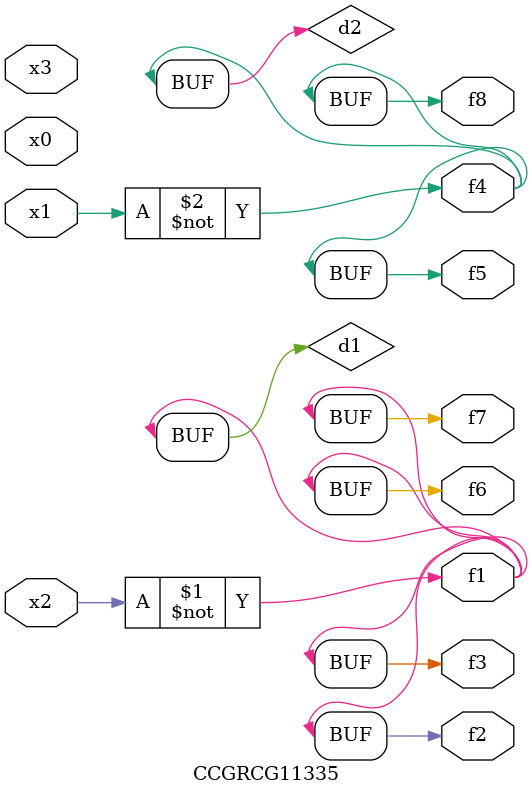
<source format=v>
module CCGRCG11335(
	input x0, x1, x2, x3,
	output f1, f2, f3, f4, f5, f6, f7, f8
);

	wire d1, d2;

	xnor (d1, x2);
	not (d2, x1);
	assign f1 = d1;
	assign f2 = d1;
	assign f3 = d1;
	assign f4 = d2;
	assign f5 = d2;
	assign f6 = d1;
	assign f7 = d1;
	assign f8 = d2;
endmodule

</source>
